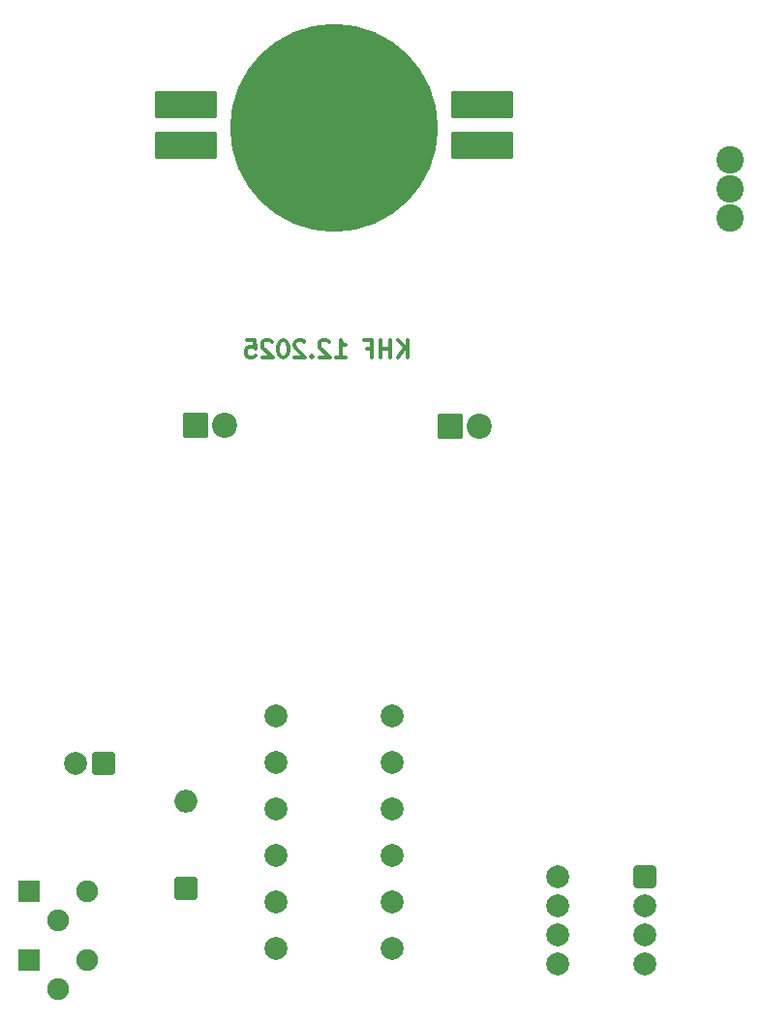
<source format=gbr>
%TF.GenerationSoftware,KiCad,Pcbnew,9.0.6*%
%TF.CreationDate,2025-12-31T17:09:58+01:00*%
%TF.ProjectId,Panda,50616e64-612e-46b6-9963-61645f706362,rev?*%
%TF.SameCoordinates,Original*%
%TF.FileFunction,Soldermask,Bot*%
%TF.FilePolarity,Negative*%
%FSLAX46Y46*%
G04 Gerber Fmt 4.6, Leading zero omitted, Abs format (unit mm)*
G04 Created by KiCad (PCBNEW 9.0.6) date 2025-12-31 17:09:58*
%MOMM*%
%LPD*%
G01*
G04 APERTURE LIST*
G04 Aperture macros list*
%AMRoundRect*
0 Rectangle with rounded corners*
0 $1 Rounding radius*
0 $2 $3 $4 $5 $6 $7 $8 $9 X,Y pos of 4 corners*
0 Add a 4 corners polygon primitive as box body*
4,1,4,$2,$3,$4,$5,$6,$7,$8,$9,$2,$3,0*
0 Add four circle primitives for the rounded corners*
1,1,$1+$1,$2,$3*
1,1,$1+$1,$4,$5*
1,1,$1+$1,$6,$7*
1,1,$1+$1,$8,$9*
0 Add four rect primitives between the rounded corners*
20,1,$1+$1,$2,$3,$4,$5,0*
20,1,$1+$1,$4,$5,$6,$7,0*
20,1,$1+$1,$6,$7,$8,$9,0*
20,1,$1+$1,$8,$9,$2,$3,0*%
G04 Aperture macros list end*
%ADD10C,0.300000*%
%ADD11RoundRect,0.200000X-0.900000X-0.900000X0.900000X-0.900000X0.900000X0.900000X-0.900000X0.900000X0*%
%ADD12C,2.200000*%
%ADD13RoundRect,0.200000X-2.500000X-1.000000X2.500000X-1.000000X2.500000X1.000000X-2.500000X1.000000X0*%
%ADD14C,18.180000*%
%ADD15RoundRect,0.312500X0.687500X0.687500X-0.687500X0.687500X-0.687500X-0.687500X0.687500X-0.687500X0*%
%ADD16C,2.000000*%
%ADD17C,2.400000*%
%ADD18RoundRect,0.200000X-0.750000X-0.750000X0.750000X-0.750000X0.750000X0.750000X-0.750000X0.750000X0*%
%ADD19C,1.900000*%
%ADD20O,2.000000X2.000000*%
%ADD21RoundRect,0.200000X0.800000X-0.800000X0.800000X0.800000X-0.800000X0.800000X-0.800000X-0.800000X0*%
%ADD22RoundRect,0.200000X0.800000X0.800000X-0.800000X0.800000X-0.800000X-0.800000X0.800000X-0.800000X0*%
G04 APERTURE END LIST*
D10*
X97845489Y-74000828D02*
X97845489Y-72500828D01*
X96988346Y-74000828D02*
X97631203Y-73143685D01*
X96988346Y-72500828D02*
X97845489Y-73357971D01*
X96345489Y-74000828D02*
X96345489Y-72500828D01*
X96345489Y-73215114D02*
X95488346Y-73215114D01*
X95488346Y-74000828D02*
X95488346Y-72500828D01*
X94274060Y-73215114D02*
X94774060Y-73215114D01*
X94774060Y-74000828D02*
X94774060Y-72500828D01*
X94774060Y-72500828D02*
X94059774Y-72500828D01*
X91559774Y-74000828D02*
X92416917Y-74000828D01*
X91988346Y-74000828D02*
X91988346Y-72500828D01*
X91988346Y-72500828D02*
X92131203Y-72715114D01*
X92131203Y-72715114D02*
X92274060Y-72857971D01*
X92274060Y-72857971D02*
X92416917Y-72929400D01*
X90988346Y-72643685D02*
X90916918Y-72572257D01*
X90916918Y-72572257D02*
X90774061Y-72500828D01*
X90774061Y-72500828D02*
X90416918Y-72500828D01*
X90416918Y-72500828D02*
X90274061Y-72572257D01*
X90274061Y-72572257D02*
X90202632Y-72643685D01*
X90202632Y-72643685D02*
X90131203Y-72786542D01*
X90131203Y-72786542D02*
X90131203Y-72929400D01*
X90131203Y-72929400D02*
X90202632Y-73143685D01*
X90202632Y-73143685D02*
X91059775Y-74000828D01*
X91059775Y-74000828D02*
X90131203Y-74000828D01*
X89488347Y-73857971D02*
X89416918Y-73929400D01*
X89416918Y-73929400D02*
X89488347Y-74000828D01*
X89488347Y-74000828D02*
X89559775Y-73929400D01*
X89559775Y-73929400D02*
X89488347Y-73857971D01*
X89488347Y-73857971D02*
X89488347Y-74000828D01*
X88845489Y-72643685D02*
X88774061Y-72572257D01*
X88774061Y-72572257D02*
X88631204Y-72500828D01*
X88631204Y-72500828D02*
X88274061Y-72500828D01*
X88274061Y-72500828D02*
X88131204Y-72572257D01*
X88131204Y-72572257D02*
X88059775Y-72643685D01*
X88059775Y-72643685D02*
X87988346Y-72786542D01*
X87988346Y-72786542D02*
X87988346Y-72929400D01*
X87988346Y-72929400D02*
X88059775Y-73143685D01*
X88059775Y-73143685D02*
X88916918Y-74000828D01*
X88916918Y-74000828D02*
X87988346Y-74000828D01*
X87059775Y-72500828D02*
X86916918Y-72500828D01*
X86916918Y-72500828D02*
X86774061Y-72572257D01*
X86774061Y-72572257D02*
X86702633Y-72643685D01*
X86702633Y-72643685D02*
X86631204Y-72786542D01*
X86631204Y-72786542D02*
X86559775Y-73072257D01*
X86559775Y-73072257D02*
X86559775Y-73429400D01*
X86559775Y-73429400D02*
X86631204Y-73715114D01*
X86631204Y-73715114D02*
X86702633Y-73857971D01*
X86702633Y-73857971D02*
X86774061Y-73929400D01*
X86774061Y-73929400D02*
X86916918Y-74000828D01*
X86916918Y-74000828D02*
X87059775Y-74000828D01*
X87059775Y-74000828D02*
X87202633Y-73929400D01*
X87202633Y-73929400D02*
X87274061Y-73857971D01*
X87274061Y-73857971D02*
X87345490Y-73715114D01*
X87345490Y-73715114D02*
X87416918Y-73429400D01*
X87416918Y-73429400D02*
X87416918Y-73072257D01*
X87416918Y-73072257D02*
X87345490Y-72786542D01*
X87345490Y-72786542D02*
X87274061Y-72643685D01*
X87274061Y-72643685D02*
X87202633Y-72572257D01*
X87202633Y-72572257D02*
X87059775Y-72500828D01*
X85988347Y-72643685D02*
X85916919Y-72572257D01*
X85916919Y-72572257D02*
X85774062Y-72500828D01*
X85774062Y-72500828D02*
X85416919Y-72500828D01*
X85416919Y-72500828D02*
X85274062Y-72572257D01*
X85274062Y-72572257D02*
X85202633Y-72643685D01*
X85202633Y-72643685D02*
X85131204Y-72786542D01*
X85131204Y-72786542D02*
X85131204Y-72929400D01*
X85131204Y-72929400D02*
X85202633Y-73143685D01*
X85202633Y-73143685D02*
X86059776Y-74000828D01*
X86059776Y-74000828D02*
X85131204Y-74000828D01*
X83774062Y-72500828D02*
X84488348Y-72500828D01*
X84488348Y-72500828D02*
X84559776Y-73215114D01*
X84559776Y-73215114D02*
X84488348Y-73143685D01*
X84488348Y-73143685D02*
X84345491Y-73072257D01*
X84345491Y-73072257D02*
X83988348Y-73072257D01*
X83988348Y-73072257D02*
X83845491Y-73143685D01*
X83845491Y-73143685D02*
X83774062Y-73215114D01*
X83774062Y-73215114D02*
X83702633Y-73357971D01*
X83702633Y-73357971D02*
X83702633Y-73715114D01*
X83702633Y-73715114D02*
X83774062Y-73857971D01*
X83774062Y-73857971D02*
X83845491Y-73929400D01*
X83845491Y-73929400D02*
X83988348Y-74000828D01*
X83988348Y-74000828D02*
X84345491Y-74000828D01*
X84345491Y-74000828D02*
X84488348Y-73929400D01*
X84488348Y-73929400D02*
X84559776Y-73857971D01*
D11*
%TO.C,D2*%
X101600000Y-80000000D03*
D12*
X104140000Y-80000000D03*
%TD*%
D11*
%TO.C,D1*%
X79300000Y-79900000D03*
D12*
X81840000Y-79900000D03*
%TD*%
D13*
%TO.C,U2*%
X78500000Y-55448000D03*
X78500000Y-51892000D03*
X104394000Y-55448000D03*
X104394000Y-51892000D03*
D14*
X91454000Y-53924000D03*
%TD*%
D15*
%TO.C,U1*%
X118600000Y-119380000D03*
D16*
X118600000Y-121920000D03*
X118600000Y-124460000D03*
X118600000Y-127000000D03*
X110980000Y-127000000D03*
X110980000Y-124460000D03*
X110980000Y-121920000D03*
X110980000Y-119380000D03*
%TD*%
D17*
%TO.C,S1*%
X126100000Y-56720000D03*
X126100000Y-59260000D03*
X126100000Y-61800000D03*
%TD*%
D16*
%TO.C,R7*%
X86340000Y-109400000D03*
X96500000Y-109400000D03*
%TD*%
%TO.C,R6*%
X86340000Y-113450000D03*
X96500000Y-113450000D03*
%TD*%
%TO.C,R5*%
X86340000Y-117500000D03*
X96500000Y-117500000D03*
%TD*%
%TO.C,R4*%
X86340000Y-121550000D03*
X96500000Y-121550000D03*
%TD*%
%TO.C,R3*%
X86340000Y-125600000D03*
X96500000Y-125600000D03*
%TD*%
%TO.C,R8*%
X86340000Y-105350000D03*
X96500000Y-105350000D03*
%TD*%
D18*
%TO.C,Q2*%
X64760000Y-120681193D03*
D19*
X67300000Y-123221193D03*
X69840000Y-120681193D03*
%TD*%
D18*
%TO.C,Q1*%
X64760000Y-126623578D03*
D19*
X67300000Y-129163578D03*
X69840000Y-126623578D03*
%TD*%
D20*
%TO.C,D3*%
X78500000Y-112790000D03*
D21*
X78500000Y-120410000D03*
%TD*%
D22*
%TO.C,C1*%
X71292500Y-109500000D03*
D16*
X68792500Y-109500000D03*
%TD*%
M02*

</source>
